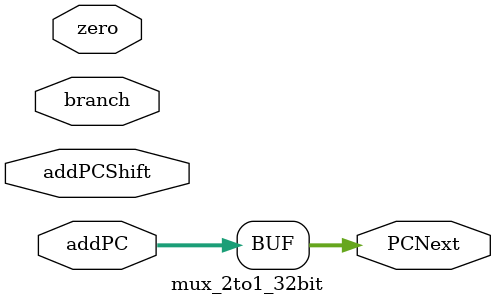
<source format=v>

module mux_2to1_32bit(
    PCNext,
    addPC,
    addPCShift,
    zero, branch
);

    output reg[31:0] PCNext;    // Next progam to the PC module

    input[31:0] addPC;          // Program counter +4 for the adder
    input[31:0] addPCShift;     // Program counter shifted from the shift adder
    input zero;                 // Zero signal from the ALU
    input branch;               // Branch signal from the controler

    reg selector;               // Selector to select the adder

    // Makes a "and" with "zero" signal and branch to chouse the adder
    always @(addPC, addPCShift, inC)
        begin
            selector <= zero & branch;

            if (selector)
                begin
                    PCNext <= addPCShift;
                end
            else
                begin
                    PCNext <= addPC;
                end
        end

endmodule
</source>
